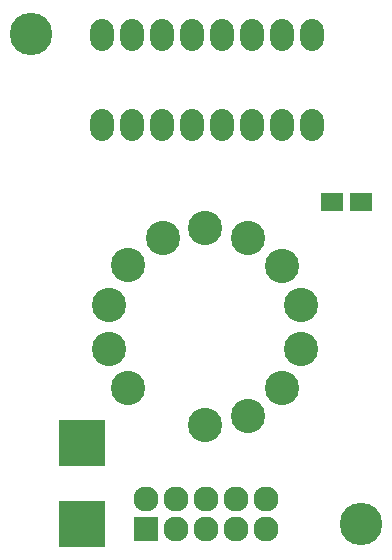
<source format=gbs>
G04 #@! TF.GenerationSoftware,KiCad,Pcbnew,no-vcs-found-7406~56~ubuntu16.10.1*
G04 #@! TF.CreationDate,2016-12-22T10:55:13+01:00*
G04 #@! TF.ProjectId,nixie-module,6E697869652D6D6F64756C652E6B6963,rev?*
G04 #@! TF.FileFunction,Soldermask,Bot*
G04 #@! TF.FilePolarity,Negative*
%FSLAX46Y46*%
G04 Gerber Fmt 4.6, Leading zero omitted, Abs format (unit mm)*
G04 Created by KiCad (PCBNEW no-vcs-found-7406~56~ubuntu16.10.1) date Thu Dec 22 10:55:13 2016*
%MOMM*%
%LPD*%
G01*
G04 APERTURE LIST*
%ADD10C,0.100000*%
%ADD11R,2.127200X2.127200*%
%ADD12O,2.127200X2.127200*%
%ADD13O,2.000000X2.700000*%
%ADD14R,3.900000X3.900000*%
%ADD15C,2.900000*%
%ADD16R,1.900000X1.650000*%
%ADD17C,3.600000*%
G04 APERTURE END LIST*
D10*
D11*
X141732000Y-120904000D03*
D12*
X141732000Y-118364000D03*
X144272000Y-120904000D03*
X144272000Y-118364000D03*
X146812000Y-120904000D03*
X146812000Y-118364000D03*
X149352000Y-120904000D03*
X149352000Y-118364000D03*
X151892000Y-120904000D03*
X151892000Y-118364000D03*
D13*
X138079480Y-79070200D03*
X140619480Y-79070200D03*
X143159480Y-79070200D03*
X145699480Y-79070200D03*
X148239480Y-79070200D03*
X150779480Y-79070200D03*
X153319480Y-79070200D03*
X155859480Y-79070200D03*
X155859480Y-86690200D03*
X153319480Y-86690200D03*
X150779480Y-86690200D03*
X148239480Y-86690200D03*
X145699480Y-86690200D03*
X143159480Y-86690200D03*
X140619480Y-86690200D03*
X138079480Y-86690200D03*
D14*
X136311640Y-120436640D03*
X136311640Y-113629440D03*
D15*
X140271680Y-108964240D03*
X138671680Y-105624240D03*
X138671680Y-101914240D03*
X140281680Y-98574240D03*
X143181680Y-96264240D03*
X146791680Y-95444240D03*
X150411680Y-96274240D03*
X153301680Y-98584240D03*
X154911680Y-105634240D03*
X154911680Y-101914240D03*
X153301680Y-108964240D03*
X150401680Y-111284240D03*
X146791680Y-112104240D03*
D16*
X160000000Y-93218000D03*
X157500000Y-93218000D03*
D17*
X160000000Y-120500000D03*
X132000000Y-79000000D03*
M02*

</source>
